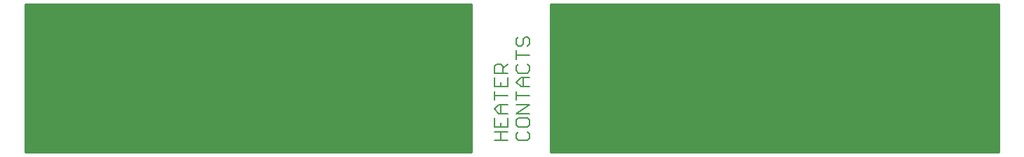
<source format=gtp>
G75*
%MOIN*%
%OFA0B0*%
%FSLAX25Y25*%
%IPPOS*%
%LPD*%
%AMOC8*
5,1,8,0,0,1.08239X$1,22.5*
%
%ADD10C,0.01600*%
%ADD11C,0.00600*%
D10*
X0006800Y0006800D02*
X0006800Y0076800D01*
X0218335Y0076800D01*
X0218335Y0006800D01*
X0006800Y0006800D01*
X0006800Y0008194D02*
X0218335Y0008194D01*
X0218335Y0009793D02*
X0006800Y0009793D01*
X0006800Y0011391D02*
X0218335Y0011391D01*
X0218335Y0012990D02*
X0006800Y0012990D01*
X0006800Y0014588D02*
X0218335Y0014588D01*
X0218335Y0016187D02*
X0006800Y0016187D01*
X0006800Y0017785D02*
X0218335Y0017785D01*
X0218335Y0019384D02*
X0006800Y0019384D01*
X0006800Y0020982D02*
X0218335Y0020982D01*
X0218335Y0022581D02*
X0006800Y0022581D01*
X0006800Y0024179D02*
X0218335Y0024179D01*
X0218335Y0025778D02*
X0006800Y0025778D01*
X0006800Y0027376D02*
X0218335Y0027376D01*
X0218335Y0028975D02*
X0006800Y0028975D01*
X0006800Y0030573D02*
X0218335Y0030573D01*
X0218335Y0032172D02*
X0006800Y0032172D01*
X0006800Y0033770D02*
X0218335Y0033770D01*
X0218335Y0035369D02*
X0006800Y0035369D01*
X0006800Y0036967D02*
X0218335Y0036967D01*
X0218335Y0038566D02*
X0006800Y0038566D01*
X0006800Y0040164D02*
X0218335Y0040164D01*
X0218335Y0041763D02*
X0006800Y0041763D01*
X0006800Y0043361D02*
X0218335Y0043361D01*
X0218335Y0044960D02*
X0006800Y0044960D01*
X0006800Y0046558D02*
X0218335Y0046558D01*
X0218335Y0048157D02*
X0006800Y0048157D01*
X0006800Y0049755D02*
X0218335Y0049755D01*
X0218335Y0051354D02*
X0006800Y0051354D01*
X0006800Y0052952D02*
X0218335Y0052952D01*
X0218335Y0054551D02*
X0006800Y0054551D01*
X0006800Y0056149D02*
X0218335Y0056149D01*
X0218335Y0057748D02*
X0006800Y0057748D01*
X0006800Y0059346D02*
X0218335Y0059346D01*
X0218335Y0060945D02*
X0006800Y0060945D01*
X0006800Y0062543D02*
X0218335Y0062543D01*
X0218335Y0064142D02*
X0006800Y0064142D01*
X0006800Y0065740D02*
X0218335Y0065740D01*
X0218335Y0067339D02*
X0006800Y0067339D01*
X0006800Y0068937D02*
X0218335Y0068937D01*
X0218335Y0070536D02*
X0006800Y0070536D01*
X0006800Y0072134D02*
X0218335Y0072134D01*
X0218335Y0073733D02*
X0006800Y0073733D01*
X0006800Y0075332D02*
X0218335Y0075332D01*
X0256800Y0075332D02*
X0469300Y0075332D01*
X0469300Y0076800D02*
X0469300Y0006800D01*
X0256800Y0006800D01*
X0256800Y0076800D01*
X0469300Y0076800D01*
X0469300Y0073733D02*
X0256800Y0073733D01*
X0256800Y0072134D02*
X0469300Y0072134D01*
X0469300Y0070536D02*
X0256800Y0070536D01*
X0256800Y0068937D02*
X0469300Y0068937D01*
X0469300Y0067339D02*
X0256800Y0067339D01*
X0256800Y0065740D02*
X0469300Y0065740D01*
X0469300Y0064142D02*
X0256800Y0064142D01*
X0256800Y0062543D02*
X0469300Y0062543D01*
X0469300Y0060945D02*
X0256800Y0060945D01*
X0256800Y0059346D02*
X0469300Y0059346D01*
X0469300Y0057748D02*
X0256800Y0057748D01*
X0256800Y0056149D02*
X0469300Y0056149D01*
X0469300Y0054551D02*
X0256800Y0054551D01*
X0256800Y0052952D02*
X0469300Y0052952D01*
X0469300Y0051354D02*
X0256800Y0051354D01*
X0256800Y0049755D02*
X0469300Y0049755D01*
X0469300Y0048157D02*
X0256800Y0048157D01*
X0256800Y0046558D02*
X0469300Y0046558D01*
X0469300Y0044960D02*
X0256800Y0044960D01*
X0256800Y0043361D02*
X0469300Y0043361D01*
X0469300Y0041763D02*
X0256800Y0041763D01*
X0256800Y0040164D02*
X0469300Y0040164D01*
X0469300Y0038566D02*
X0256800Y0038566D01*
X0256800Y0036967D02*
X0469300Y0036967D01*
X0469300Y0035369D02*
X0256800Y0035369D01*
X0256800Y0033770D02*
X0469300Y0033770D01*
X0469300Y0032172D02*
X0256800Y0032172D01*
X0256800Y0030573D02*
X0469300Y0030573D01*
X0469300Y0028975D02*
X0256800Y0028975D01*
X0256800Y0027376D02*
X0469300Y0027376D01*
X0469300Y0025778D02*
X0256800Y0025778D01*
X0256800Y0024179D02*
X0469300Y0024179D01*
X0469300Y0022581D02*
X0256800Y0022581D01*
X0256800Y0020982D02*
X0469300Y0020982D01*
X0469300Y0019384D02*
X0256800Y0019384D01*
X0256800Y0017785D02*
X0469300Y0017785D01*
X0469300Y0016187D02*
X0256800Y0016187D01*
X0256800Y0014588D02*
X0469300Y0014588D01*
X0469300Y0012990D02*
X0256800Y0012990D01*
X0256800Y0011391D02*
X0469300Y0011391D01*
X0469300Y0009793D02*
X0256800Y0009793D01*
X0256800Y0008194D02*
X0469300Y0008194D01*
D11*
X0246500Y0013168D02*
X0245432Y0012100D01*
X0241162Y0012100D01*
X0240095Y0013168D01*
X0240095Y0015303D01*
X0241162Y0016370D01*
X0245432Y0016370D02*
X0246500Y0015303D01*
X0246500Y0013168D01*
X0236000Y0012100D02*
X0229595Y0012100D01*
X0232797Y0012100D02*
X0232797Y0016370D01*
X0229595Y0016370D02*
X0236000Y0016370D01*
X0236000Y0018545D02*
X0229595Y0018545D01*
X0229595Y0022816D01*
X0236000Y0022816D02*
X0236000Y0018545D01*
X0232797Y0018545D02*
X0232797Y0020681D01*
X0240095Y0021748D02*
X0241162Y0022816D01*
X0245432Y0022816D01*
X0246500Y0021748D01*
X0246500Y0019613D01*
X0245432Y0018545D01*
X0241162Y0018545D01*
X0240095Y0019613D01*
X0240095Y0021748D01*
X0240095Y0024991D02*
X0246500Y0029261D01*
X0240095Y0029261D01*
X0236000Y0029261D02*
X0231730Y0029261D01*
X0229595Y0027126D01*
X0231730Y0024991D01*
X0236000Y0024991D01*
X0232797Y0024991D02*
X0232797Y0029261D01*
X0229595Y0031436D02*
X0229595Y0035707D01*
X0229595Y0033572D02*
X0236000Y0033572D01*
X0240095Y0033572D02*
X0246500Y0033572D01*
X0240095Y0031436D02*
X0240095Y0035707D01*
X0242230Y0037882D02*
X0240095Y0040017D01*
X0242230Y0042152D01*
X0246500Y0042152D01*
X0243297Y0042152D02*
X0243297Y0037882D01*
X0242230Y0037882D02*
X0246500Y0037882D01*
X0236000Y0037882D02*
X0236000Y0042152D01*
X0229595Y0042152D02*
X0229595Y0037882D01*
X0236000Y0037882D01*
X0232797Y0037882D02*
X0232797Y0040017D01*
X0233865Y0044327D02*
X0233865Y0047530D01*
X0232797Y0048598D01*
X0230662Y0048598D01*
X0229595Y0047530D01*
X0229595Y0044327D01*
X0236000Y0044327D01*
X0240095Y0045395D02*
X0241162Y0044327D01*
X0245432Y0044327D01*
X0246500Y0045395D01*
X0246500Y0047530D01*
X0245432Y0048598D01*
X0241162Y0048598D02*
X0240095Y0047530D01*
X0240095Y0045395D01*
X0236000Y0048598D02*
X0233865Y0046463D01*
X0240095Y0050773D02*
X0240095Y0055043D01*
X0240095Y0052908D02*
X0246500Y0052908D01*
X0245432Y0057218D02*
X0246500Y0058286D01*
X0246500Y0060421D01*
X0245432Y0061489D01*
X0244365Y0061489D01*
X0243297Y0060421D01*
X0243297Y0058286D01*
X0242230Y0057218D01*
X0241162Y0057218D01*
X0240095Y0058286D01*
X0240095Y0060421D01*
X0241162Y0061489D01*
X0240095Y0024991D02*
X0246500Y0024991D01*
M02*

</source>
